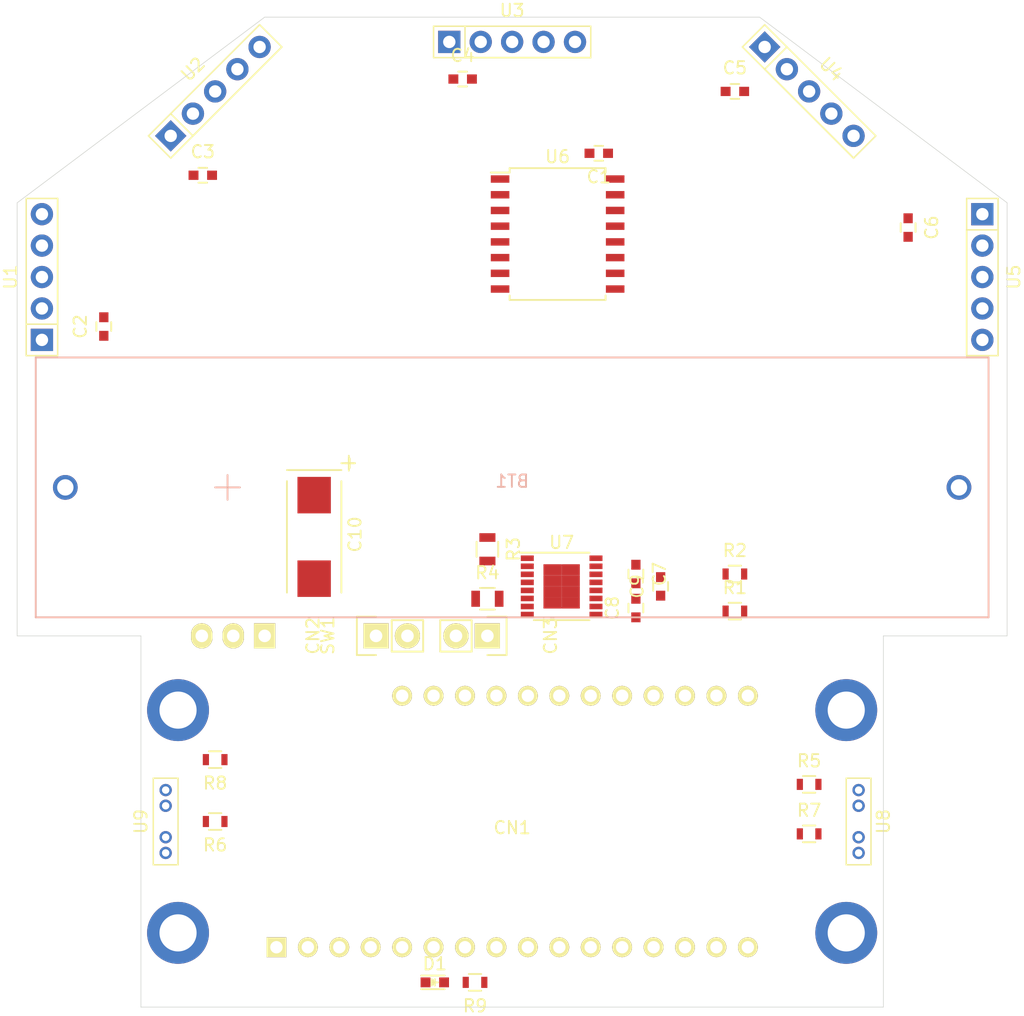
<source format=kicad_pcb>
(kicad_pcb (version 20171130) (host pcbnew 5.1.5-52549c5~84~ubuntu18.04.1)

  (general
    (thickness 1.6)
    (drawings 10)
    (tracks 4)
    (zones 0)
    (modules 34)
    (nets 31)
  )

  (page A4)
  (layers
    (0 F.Cu signal)
    (31 B.Cu signal)
    (32 B.Adhes user)
    (33 F.Adhes user)
    (34 B.Paste user)
    (35 F.Paste user)
    (36 B.SilkS user)
    (37 F.SilkS user)
    (38 B.Mask user)
    (39 F.Mask user)
    (40 Dwgs.User user)
    (41 Cmts.User user)
    (42 Eco1.User user)
    (43 Eco2.User user)
    (44 Edge.Cuts user)
    (45 Margin user)
    (46 B.CrtYd user)
    (47 F.CrtYd user)
    (48 B.Fab user)
    (49 F.Fab user)
  )

  (setup
    (last_trace_width 0.25)
    (trace_clearance 0.2)
    (zone_clearance 0.508)
    (zone_45_only no)
    (trace_min 0.2)
    (via_size 0.8)
    (via_drill 0.4)
    (via_min_size 0.4)
    (via_min_drill 0.3)
    (uvia_size 0.3)
    (uvia_drill 0.1)
    (uvias_allowed no)
    (uvia_min_size 0.2)
    (uvia_min_drill 0.1)
    (edge_width 0.05)
    (segment_width 0.2)
    (pcb_text_width 0.3)
    (pcb_text_size 1.5 1.5)
    (mod_edge_width 0.12)
    (mod_text_size 1 1)
    (mod_text_width 0.15)
    (pad_size 1.524 1.524)
    (pad_drill 0.762)
    (pad_to_mask_clearance 0.051)
    (solder_mask_min_width 0.25)
    (aux_axis_origin 0 0)
    (grid_origin 110 110)
    (visible_elements FFFFFF7F)
    (pcbplotparams
      (layerselection 0x010fc_ffffffff)
      (usegerberextensions false)
      (usegerberattributes false)
      (usegerberadvancedattributes false)
      (creategerberjobfile false)
      (excludeedgelayer true)
      (linewidth 0.100000)
      (plotframeref false)
      (viasonmask false)
      (mode 1)
      (useauxorigin false)
      (hpglpennumber 1)
      (hpglpenspeed 20)
      (hpglpendiameter 15.000000)
      (psnegative false)
      (psa4output false)
      (plotreference true)
      (plotvalue true)
      (plotinvisibletext false)
      (padsonsilk false)
      (subtractmaskfromsilk false)
      (outputformat 1)
      (mirror false)
      (drillshape 1)
      (scaleselection 1)
      (outputdirectory ""))
  )

  (net 0 "")
  (net 1 GND)
  (net 2 /SDA)
  (net 3 /SCL)
  (net 4 +3V3)
  (net 5 /XSHUT1)
  (net 6 /XSHUT2)
  (net 7 /XSHUT3)
  (net 8 /XSHUT4)
  (net 9 /XSHUT5)
  (net 10 /BATT)
  (net 11 "Net-(C7-Pad1)")
  (net 12 "Net-(C8-Pad1)")
  (net 13 /PWM4)
  (net 14 /PWM3)
  (net 15 /PWM2)
  (net 16 /PWM1)
  (net 17 /FAULT)
  (net 18 /SLEEP)
  (net 19 "Net-(CN2-Pad2)")
  (net 20 "Net-(CN2-Pad1)")
  (net 21 "Net-(CN3-Pad1)")
  (net 22 "Net-(CN3-Pad2)")
  (net 23 "Net-(R3-Pad2)")
  (net 24 "Net-(R4-Pad2)")
  (net 25 /ENC1)
  (net 26 /ENC2)
  (net 27 "Net-(R7-Pad2)")
  (net 28 "Net-(R8-Pad2)")
  (net 29 "Net-(BT1-Pad1)")
  (net 30 "Net-(D1-Pad2)")

  (net_class Default "This is the default net class."
    (clearance 0.2)
    (trace_width 0.25)
    (via_dia 0.8)
    (via_drill 0.4)
    (uvia_dia 0.3)
    (uvia_drill 0.1)
    (add_net +3V3)
    (add_net /BATT)
    (add_net /ENC1)
    (add_net /ENC2)
    (add_net /FAULT)
    (add_net /PWM1)
    (add_net /PWM2)
    (add_net /PWM3)
    (add_net /PWM4)
    (add_net /SCL)
    (add_net /SDA)
    (add_net /SLEEP)
    (add_net /XSHUT1)
    (add_net /XSHUT2)
    (add_net /XSHUT3)
    (add_net /XSHUT4)
    (add_net /XSHUT5)
    (add_net GND)
    (add_net "Net-(BT1-Pad1)")
    (add_net "Net-(C7-Pad1)")
    (add_net "Net-(C8-Pad1)")
    (add_net "Net-(CN2-Pad1)")
    (add_net "Net-(CN2-Pad2)")
    (add_net "Net-(CN3-Pad1)")
    (add_net "Net-(CN3-Pad2)")
    (add_net "Net-(D1-Pad2)")
    (add_net "Net-(R3-Pad2)")
    (add_net "Net-(R4-Pad2)")
    (add_net "Net-(R7-Pad2)")
    (add_net "Net-(R8-Pad2)")
  )

  (module MECH_battery_holder:KEYSTONE_1043 (layer B.Cu) (tedit 5C101F19) (tstamp 5E320951)
    (at 110 108)
    (path /5E3225FA)
    (fp_text reference BT1 (at 0 -0.5) (layer B.SilkS)
      (effects (font (size 1 1) (thickness 0.15)) (justify mirror))
    )
    (fp_text value Battery (at 0 0.5) (layer B.Fab)
      (effects (font (size 1 1) (thickness 0.15)) (justify mirror))
    )
    (fp_line (start -23 1) (end -23 -1) (layer B.SilkS) (width 0.15))
    (fp_line (start -24 0) (end -22 0) (layer B.SilkS) (width 0.15))
    (fp_line (start -38.5 -10.5) (end -38.5 10.5) (layer B.SilkS) (width 0.15))
    (fp_line (start 38.5 -10.5) (end -38.5 -10.5) (layer B.SilkS) (width 0.15))
    (fp_line (start 38.5 10.5) (end 38.5 -10.5) (layer B.SilkS) (width 0.15))
    (fp_line (start -38.5 10.5) (end 38.5 10.5) (layer B.SilkS) (width 0.15))
    (pad "" np_thru_hole circle (at -36.11 8) (size 2.39 2.39) (drill 2.39) (layers *.Cu *.Mask))
    (pad "" np_thru_hole circle (at 27.6 8) (size 3.55 3.55) (drill 3.55) (layers *.Cu *.Mask))
    (pad "" np_thru_hole circle (at -27.6 -8) (size 3.55 3.55) (drill 3.55) (layers *.Cu *.Mask))
    (pad 2 thru_hole circle (at 36.11 0) (size 2 2) (drill 1.32) (layers *.Cu *.Mask)
      (net 1 GND))
    (pad 1 thru_hole circle (at -36.11 0) (size 2 2) (drill 1.32) (layers *.Cu *.Mask)
      (net 29 "Net-(BT1-Pad1)"))
    (model ${KISYS3DMOD}/MECH_battery_holder/keystone-PN1043.STEP
      (at (xyz 0 0 0))
      (scale (xyz 1 1 1))
      (rotate (xyz -90 0 90))
    )
  )

  (module MODULE_compute:ADAFRUIT_FEATHER_HOLES (layer F.Cu) (tedit 5E3203AA) (tstamp 5E324BAC)
    (at 110 135)
    (path /5E32076C)
    (fp_text reference CN1 (at 0 0.5) (layer F.SilkS)
      (effects (font (size 1 1) (thickness 0.15)))
    )
    (fp_text value ADAFRUIT_FEATHER (at 0 -0.5) (layer F.Fab)
      (effects (font (size 1 1) (thickness 0.15)))
    )
    (pad "" np_thru_hole circle (at -22.86 -8.89) (size 2.54 2.54) (drill 2.54) (layers *.Cu *.Mask))
    (pad "" np_thru_hole circle (at -22.86 8.89) (size 2.54 2.54) (drill 2.54) (layers *.Cu *.Mask))
    (pad "" np_thru_hole circle (at 22.86 -8.89) (size 2.54 2.54) (drill 2.54) (layers *.Cu *.Mask))
    (pad 16 thru_hole circle (at 19.05 10.16) (size 1.6 1.6) (drill 1) (layers *.Cu *.Mask F.SilkS))
    (pad 2 thru_hole circle (at -16.51 10.16) (size 1.6 1.6) (drill 1) (layers *.Cu *.Mask F.SilkS)
      (net 4 +3V3))
    (pad "" np_thru_hole circle (at 22.86 8.89) (size 2.54 2.54) (drill 2.54) (layers *.Cu *.Mask))
    (pad 1 thru_hole rect (at -19.05 10.16) (size 1.6 1.6) (drill 1) (layers *.Cu *.Mask F.SilkS))
    (pad 3 thru_hole circle (at -13.97 10.16) (size 1.6 1.6) (drill 1) (layers *.Cu *.Mask F.SilkS))
    (pad 4 thru_hole circle (at -11.43 10.16) (size 1.6 1.6) (drill 1) (layers *.Cu *.Mask F.SilkS)
      (net 1 GND))
    (pad 5 thru_hole circle (at -8.89 10.16) (size 1.6 1.6) (drill 1) (layers *.Cu *.Mask F.SilkS))
    (pad 6 thru_hole circle (at -6.35 10.16) (size 1.6 1.6) (drill 1) (layers *.Cu *.Mask F.SilkS))
    (pad 7 thru_hole circle (at -3.81 10.16) (size 1.6 1.6) (drill 1) (layers *.Cu *.Mask F.SilkS))
    (pad 8 thru_hole circle (at -1.27 10.16) (size 1.6 1.6) (drill 1) (layers *.Cu *.Mask F.SilkS)
      (net 18 /SLEEP))
    (pad 9 thru_hole circle (at 1.27 10.16) (size 1.6 1.6) (drill 1) (layers *.Cu *.Mask F.SilkS)
      (net 17 /FAULT))
    (pad 10 thru_hole circle (at 3.81 10.16) (size 1.6 1.6) (drill 1) (layers *.Cu *.Mask F.SilkS))
    (pad 11 thru_hole circle (at 6.35 10.16) (size 1.6 1.6) (drill 1) (layers *.Cu *.Mask F.SilkS))
    (pad 12 thru_hole circle (at 8.89 10.16) (size 1.6 1.6) (drill 1) (layers *.Cu *.Mask F.SilkS))
    (pad 13 thru_hole circle (at 11.43 10.16) (size 1.6 1.6) (drill 1) (layers *.Cu *.Mask F.SilkS))
    (pad 14 thru_hole circle (at 13.97 10.16) (size 1.6 1.6) (drill 1) (layers *.Cu *.Mask F.SilkS))
    (pad 15 thru_hole circle (at 16.51 10.16) (size 1.6 1.6) (drill 1) (layers *.Cu *.Mask F.SilkS))
    (pad 18 thru_hole circle (at 16.51 -10.16) (size 1.6 1.6) (drill 1) (layers *.Cu *.Mask F.SilkS)
      (net 3 /SCL))
    (pad 19 thru_hole circle (at 13.97 -10.16) (size 1.6 1.6) (drill 1) (layers *.Cu *.Mask F.SilkS)
      (net 13 /PWM4))
    (pad 20 thru_hole circle (at 11.43 -10.16) (size 1.6 1.6) (drill 1) (layers *.Cu *.Mask F.SilkS)
      (net 14 /PWM3))
    (pad 21 thru_hole circle (at 8.89 -10.16) (size 1.6 1.6) (drill 1) (layers *.Cu *.Mask F.SilkS)
      (net 15 /PWM2))
    (pad 22 thru_hole circle (at 6.35 -10.16) (size 1.6 1.6) (drill 1) (layers *.Cu *.Mask F.SilkS)
      (net 16 /PWM1))
    (pad 23 thru_hole circle (at 3.81 -10.16) (size 1.6 1.6) (drill 1) (layers *.Cu *.Mask F.SilkS)
      (net 26 /ENC2))
    (pad 24 thru_hole circle (at 1.27 -10.16) (size 1.6 1.6) (drill 1) (layers *.Cu *.Mask F.SilkS)
      (net 25 /ENC1))
    (pad 25 thru_hole circle (at -1.27 -10.16) (size 1.6 1.6) (drill 1) (layers *.Cu *.Mask F.SilkS))
    (pad 26 thru_hole circle (at -3.81 -10.16) (size 1.6 1.6) (drill 1) (layers *.Cu *.Mask F.SilkS))
    (pad 27 thru_hole circle (at -6.35 -10.16) (size 1.6 1.6) (drill 1) (layers *.Cu *.Mask F.SilkS))
    (pad 28 thru_hole circle (at -8.89 -10.16) (size 1.6 1.6) (drill 1) (layers *.Cu *.Mask F.SilkS)
      (net 10 /BATT))
    (pad 17 thru_hole circle (at 19.05 -10.16) (size 1.6 1.6) (drill 1) (layers *.Cu *.Mask F.SilkS)
      (net 2 /SDA))
    (model ${KISYS3DMOD}/CON_wuerth/61301211821_Download_STP_61301211821_rev1.stp
      (offset (xyz 5.08 10.16 4.5))
      (scale (xyz 1 1 1))
      (rotate (xyz 0 0 0))
    )
    (model ${KISYS3DMOD}/CON_wuerth/61301611821_Download_STP_61301611821_rev1.stp
      (offset (xyz 0 -10.16 4.5))
      (scale (xyz 1 1 1))
      (rotate (xyz 0 0 0))
    )
  )

  (module IC_sensor:VL53L0X_breakout (layer F.Cu) (tedit 5E322EBB) (tstamp 5E322F68)
    (at 72 91 270)
    (descr VL53L0X_breakout)
    (tags VL53L0X_breakout)
    (path /5E3237AD)
    (fp_text reference U1 (at 0 2.54 90) (layer F.SilkS)
      (effects (font (size 1 1) (thickness 0.15)))
    )
    (fp_text value VL53L0X_breakout (at 0 -0.5 90) (layer F.Fab)
      (effects (font (size 1 1) (thickness 0.15)))
    )
    (fp_line (start 3.81 -1.27) (end 3.81 1.27) (layer F.SilkS) (width 0.12))
    (fp_line (start -6.35 -1.27) (end 3.81 -1.27) (layer F.SilkS) (width 0.12))
    (fp_line (start -6.35 1.27) (end -6.35 -1.27) (layer F.SilkS) (width 0.12))
    (fp_line (start 6.35 1.27) (end -6.35 1.27) (layer F.SilkS) (width 0.12))
    (fp_line (start 6.35 -1.27) (end 6.35 1.27) (layer F.SilkS) (width 0.12))
    (fp_line (start -6.35 -1.27) (end 6.35 -1.27) (layer F.SilkS) (width 0.12))
    (pad 5 thru_hole circle (at -5.08 0 270) (size 1.8 1.8) (drill 1) (layers *.Cu *.Mask)
      (net 5 /XSHUT1))
    (pad 4 thru_hole circle (at -2.54 0 270) (size 1.8 1.8) (drill 1) (layers *.Cu *.Mask)
      (net 2 /SDA))
    (pad 3 thru_hole circle (at 0 0 270) (size 1.8 1.8) (drill 1) (layers *.Cu *.Mask)
      (net 3 /SCL))
    (pad 2 thru_hole circle (at 2.54 0 270) (size 1.8 1.8) (drill 1) (layers *.Cu *.Mask)
      (net 1 GND))
    (pad 1 thru_hole rect (at 5.08 0 270) (size 1.8 1.8) (drill 1) (layers *.Cu *.Mask)
      (net 4 +3V3))
    (model ${KISYS3DMOD}/IC_sensor/VL53L0X_breakout.step
      (offset (xyz 0 3 2))
      (scale (xyz 1 1 1))
      (rotate (xyz -90 0 0))
    )
  )

  (module IC_sensor:VL53L0X_breakout (layer F.Cu) (tedit 5E322EBB) (tstamp 5E322E01)
    (at 86 76 225)
    (descr VL53L0X_breakout)
    (tags VL53L0X_breakout)
    (path /5E327195)
    (fp_text reference U2 (at 0 2.54 45) (layer F.SilkS)
      (effects (font (size 1 1) (thickness 0.15)))
    )
    (fp_text value VL53L0X_breakout (at 0 -0.499999 45) (layer F.Fab)
      (effects (font (size 1 1) (thickness 0.15)))
    )
    (fp_line (start 3.81 -1.27) (end 3.81 1.27) (layer F.SilkS) (width 0.12))
    (fp_line (start -6.35 -1.27) (end 3.81 -1.27) (layer F.SilkS) (width 0.12))
    (fp_line (start -6.35 1.27) (end -6.35 -1.27) (layer F.SilkS) (width 0.12))
    (fp_line (start 6.35 1.27) (end -6.35 1.27) (layer F.SilkS) (width 0.12))
    (fp_line (start 6.35 -1.27) (end 6.35 1.27) (layer F.SilkS) (width 0.12))
    (fp_line (start -6.35 -1.27) (end 6.35 -1.27) (layer F.SilkS) (width 0.12))
    (pad 5 thru_hole circle (at -5.08 0 225) (size 1.8 1.8) (drill 1) (layers *.Cu *.Mask)
      (net 6 /XSHUT2))
    (pad 4 thru_hole circle (at -2.54 0 225) (size 1.8 1.8) (drill 1) (layers *.Cu *.Mask)
      (net 2 /SDA))
    (pad 3 thru_hole circle (at 0 0 225) (size 1.8 1.8) (drill 1) (layers *.Cu *.Mask)
      (net 3 /SCL))
    (pad 2 thru_hole circle (at 2.54 0 225) (size 1.8 1.8) (drill 1) (layers *.Cu *.Mask)
      (net 1 GND))
    (pad 1 thru_hole rect (at 5.08 0 225) (size 1.8 1.8) (drill 1) (layers *.Cu *.Mask)
      (net 4 +3V3))
    (model ${KISYS3DMOD}/IC_sensor/VL53L0X_breakout.step
      (offset (xyz 0 3 2))
      (scale (xyz 1 1 1))
      (rotate (xyz -90 0 0))
    )
  )

  (module IC_sensor:VL53L0X_breakout (layer F.Cu) (tedit 5E322EBB) (tstamp 5E323021)
    (at 110 72 180)
    (descr VL53L0X_breakout)
    (tags VL53L0X_breakout)
    (path /5E3294D7)
    (fp_text reference U3 (at 0 2.54) (layer F.SilkS)
      (effects (font (size 1 1) (thickness 0.15)))
    )
    (fp_text value VL53L0X_breakout (at 0 -0.5) (layer F.Fab)
      (effects (font (size 1 1) (thickness 0.15)))
    )
    (fp_line (start 3.81 -1.27) (end 3.81 1.27) (layer F.SilkS) (width 0.12))
    (fp_line (start -6.35 -1.27) (end 3.81 -1.27) (layer F.SilkS) (width 0.12))
    (fp_line (start -6.35 1.27) (end -6.35 -1.27) (layer F.SilkS) (width 0.12))
    (fp_line (start 6.35 1.27) (end -6.35 1.27) (layer F.SilkS) (width 0.12))
    (fp_line (start 6.35 -1.27) (end 6.35 1.27) (layer F.SilkS) (width 0.12))
    (fp_line (start -6.35 -1.27) (end 6.35 -1.27) (layer F.SilkS) (width 0.12))
    (pad 5 thru_hole circle (at -5.08 0 180) (size 1.8 1.8) (drill 1) (layers *.Cu *.Mask)
      (net 7 /XSHUT3))
    (pad 4 thru_hole circle (at -2.54 0 180) (size 1.8 1.8) (drill 1) (layers *.Cu *.Mask)
      (net 2 /SDA))
    (pad 3 thru_hole circle (at 0 0 180) (size 1.8 1.8) (drill 1) (layers *.Cu *.Mask)
      (net 3 /SCL))
    (pad 2 thru_hole circle (at 2.54 0 180) (size 1.8 1.8) (drill 1) (layers *.Cu *.Mask)
      (net 1 GND))
    (pad 1 thru_hole rect (at 5.08 0 180) (size 1.8 1.8) (drill 1) (layers *.Cu *.Mask)
      (net 4 +3V3))
    (model ${KISYS3DMOD}/IC_sensor/VL53L0X_breakout.step
      (offset (xyz 0 3 2))
      (scale (xyz 1 1 1))
      (rotate (xyz -90 0 0))
    )
  )

  (module IC_sensor:VL53L0X_breakout (layer F.Cu) (tedit 5E322EBB) (tstamp 5E322E1F)
    (at 134 76 135)
    (descr VL53L0X_breakout)
    (tags VL53L0X_breakout)
    (path /5E3294FE)
    (fp_text reference U4 (at 0 2.54 135) (layer F.SilkS)
      (effects (font (size 1 1) (thickness 0.15)))
    )
    (fp_text value VL53L0X_breakout (at 0 -0.499999 135) (layer F.Fab)
      (effects (font (size 1 1) (thickness 0.15)))
    )
    (fp_line (start 3.81 -1.27) (end 3.81 1.27) (layer F.SilkS) (width 0.12))
    (fp_line (start -6.35 -1.27) (end 3.81 -1.27) (layer F.SilkS) (width 0.12))
    (fp_line (start -6.35 1.27) (end -6.35 -1.27) (layer F.SilkS) (width 0.12))
    (fp_line (start 6.35 1.27) (end -6.35 1.27) (layer F.SilkS) (width 0.12))
    (fp_line (start 6.35 -1.27) (end 6.35 1.27) (layer F.SilkS) (width 0.12))
    (fp_line (start -6.35 -1.27) (end 6.35 -1.27) (layer F.SilkS) (width 0.12))
    (pad 5 thru_hole circle (at -5.08 0 135) (size 1.8 1.8) (drill 1) (layers *.Cu *.Mask)
      (net 8 /XSHUT4))
    (pad 4 thru_hole circle (at -2.54 0 135) (size 1.8 1.8) (drill 1) (layers *.Cu *.Mask)
      (net 2 /SDA))
    (pad 3 thru_hole circle (at 0 0 135) (size 1.8 1.8) (drill 1) (layers *.Cu *.Mask)
      (net 3 /SCL))
    (pad 2 thru_hole circle (at 2.54 0 135) (size 1.8 1.8) (drill 1) (layers *.Cu *.Mask)
      (net 1 GND))
    (pad 1 thru_hole rect (at 5.08 0 135) (size 1.8 1.8) (drill 1) (layers *.Cu *.Mask)
      (net 4 +3V3))
    (model ${KISYS3DMOD}/IC_sensor/VL53L0X_breakout.step
      (offset (xyz 0 3 2))
      (scale (xyz 1 1 1))
      (rotate (xyz -90 0 0))
    )
  )

  (module IC_sensor:VL53L0X_breakout (layer F.Cu) (tedit 5E322EBB) (tstamp 5E322E2E)
    (at 148 91 90)
    (descr VL53L0X_breakout)
    (tags VL53L0X_breakout)
    (path /5E32E964)
    (fp_text reference U5 (at 0 2.54 90) (layer F.SilkS)
      (effects (font (size 1 1) (thickness 0.15)))
    )
    (fp_text value VL53L0X_breakout (at 0 -0.5 90) (layer F.Fab)
      (effects (font (size 1 1) (thickness 0.15)))
    )
    (fp_line (start 3.81 -1.27) (end 3.81 1.27) (layer F.SilkS) (width 0.12))
    (fp_line (start -6.35 -1.27) (end 3.81 -1.27) (layer F.SilkS) (width 0.12))
    (fp_line (start -6.35 1.27) (end -6.35 -1.27) (layer F.SilkS) (width 0.12))
    (fp_line (start 6.35 1.27) (end -6.35 1.27) (layer F.SilkS) (width 0.12))
    (fp_line (start 6.35 -1.27) (end 6.35 1.27) (layer F.SilkS) (width 0.12))
    (fp_line (start -6.35 -1.27) (end 6.35 -1.27) (layer F.SilkS) (width 0.12))
    (pad 5 thru_hole circle (at -5.08 0 90) (size 1.8 1.8) (drill 1) (layers *.Cu *.Mask)
      (net 9 /XSHUT5))
    (pad 4 thru_hole circle (at -2.54 0 90) (size 1.8 1.8) (drill 1) (layers *.Cu *.Mask)
      (net 2 /SDA))
    (pad 3 thru_hole circle (at 0 0 90) (size 1.8 1.8) (drill 1) (layers *.Cu *.Mask)
      (net 3 /SCL))
    (pad 2 thru_hole circle (at 2.54 0 90) (size 1.8 1.8) (drill 1) (layers *.Cu *.Mask)
      (net 1 GND))
    (pad 1 thru_hole rect (at 5.08 0 90) (size 1.8 1.8) (drill 1) (layers *.Cu *.Mask)
      (net 4 +3V3))
    (model ${KISYS3DMOD}/IC_sensor/VL53L0X_breakout.step
      (offset (xyz 0 3 2))
      (scale (xyz 1 1 1))
      (rotate (xyz -90 0 0))
    )
  )

  (module capacitors:C_0603 (layer F.Cu) (tedit 5415D631) (tstamp 5E3537B8)
    (at 117 81 180)
    (descr "Capacitor SMD 0603, reflow soldering, AVX (see smccp.pdf)")
    (tags "capacitor 0603")
    (path /5E36656E)
    (attr smd)
    (fp_text reference C1 (at 0 -1.9) (layer F.SilkS)
      (effects (font (size 1 1) (thickness 0.15)))
    )
    (fp_text value 100nF (at 0 1.9) (layer F.Fab)
      (effects (font (size 1 1) (thickness 0.15)))
    )
    (fp_line (start -1.45 -0.75) (end 1.45 -0.75) (layer F.CrtYd) (width 0.05))
    (fp_line (start -1.45 0.75) (end 1.45 0.75) (layer F.CrtYd) (width 0.05))
    (fp_line (start -1.45 -0.75) (end -1.45 0.75) (layer F.CrtYd) (width 0.05))
    (fp_line (start 1.45 -0.75) (end 1.45 0.75) (layer F.CrtYd) (width 0.05))
    (fp_line (start -0.35 -0.6) (end 0.35 -0.6) (layer F.SilkS) (width 0.15))
    (fp_line (start 0.35 0.6) (end -0.35 0.6) (layer F.SilkS) (width 0.15))
    (pad 1 smd rect (at -0.75 0 180) (size 0.8 0.75) (layers F.Cu F.Paste F.Mask)
      (net 4 +3V3))
    (pad 2 smd rect (at 0.75 0 180) (size 0.8 0.75) (layers F.Cu F.Paste F.Mask)
      (net 1 GND))
    (model capacitors.3dshapes/C_0603.wrl
      (at (xyz 0 0 0))
      (scale (xyz 1 1 1))
      (rotate (xyz 0 0 0))
    )
  )

  (module capacitors:C_0603 (layer F.Cu) (tedit 5415D631) (tstamp 5E3537C4)
    (at 77 95 90)
    (descr "Capacitor SMD 0603, reflow soldering, AVX (see smccp.pdf)")
    (tags "capacitor 0603")
    (path /5E379299)
    (attr smd)
    (fp_text reference C2 (at 0 -1.9 90) (layer F.SilkS)
      (effects (font (size 1 1) (thickness 0.15)))
    )
    (fp_text value 100nF (at 0 1.9 90) (layer F.Fab)
      (effects (font (size 1 1) (thickness 0.15)))
    )
    (fp_line (start 0.35 0.6) (end -0.35 0.6) (layer F.SilkS) (width 0.15))
    (fp_line (start -0.35 -0.6) (end 0.35 -0.6) (layer F.SilkS) (width 0.15))
    (fp_line (start 1.45 -0.75) (end 1.45 0.75) (layer F.CrtYd) (width 0.05))
    (fp_line (start -1.45 -0.75) (end -1.45 0.75) (layer F.CrtYd) (width 0.05))
    (fp_line (start -1.45 0.75) (end 1.45 0.75) (layer F.CrtYd) (width 0.05))
    (fp_line (start -1.45 -0.75) (end 1.45 -0.75) (layer F.CrtYd) (width 0.05))
    (pad 2 smd rect (at 0.75 0 90) (size 0.8 0.75) (layers F.Cu F.Paste F.Mask)
      (net 1 GND))
    (pad 1 smd rect (at -0.75 0 90) (size 0.8 0.75) (layers F.Cu F.Paste F.Mask)
      (net 4 +3V3))
    (model capacitors.3dshapes/C_0603.wrl
      (at (xyz 0 0 0))
      (scale (xyz 1 1 1))
      (rotate (xyz 0 0 0))
    )
  )

  (module capacitors:C_0603 (layer F.Cu) (tedit 5415D631) (tstamp 5E3537D0)
    (at 85 82.775001)
    (descr "Capacitor SMD 0603, reflow soldering, AVX (see smccp.pdf)")
    (tags "capacitor 0603")
    (path /5E371825)
    (attr smd)
    (fp_text reference C3 (at 0 -1.9) (layer F.SilkS)
      (effects (font (size 1 1) (thickness 0.15)))
    )
    (fp_text value 100nF (at 0 1.9) (layer F.Fab)
      (effects (font (size 1 1) (thickness 0.15)))
    )
    (fp_line (start -1.45 -0.75) (end 1.45 -0.75) (layer F.CrtYd) (width 0.05))
    (fp_line (start -1.45 0.75) (end 1.45 0.75) (layer F.CrtYd) (width 0.05))
    (fp_line (start -1.45 -0.75) (end -1.45 0.75) (layer F.CrtYd) (width 0.05))
    (fp_line (start 1.45 -0.75) (end 1.45 0.75) (layer F.CrtYd) (width 0.05))
    (fp_line (start -0.35 -0.6) (end 0.35 -0.6) (layer F.SilkS) (width 0.15))
    (fp_line (start 0.35 0.6) (end -0.35 0.6) (layer F.SilkS) (width 0.15))
    (pad 1 smd rect (at -0.75 0) (size 0.8 0.75) (layers F.Cu F.Paste F.Mask)
      (net 4 +3V3))
    (pad 2 smd rect (at 0.75 0) (size 0.8 0.75) (layers F.Cu F.Paste F.Mask)
      (net 1 GND))
    (model capacitors.3dshapes/C_0603.wrl
      (at (xyz 0 0 0))
      (scale (xyz 1 1 1))
      (rotate (xyz 0 0 0))
    )
  )

  (module capacitors:C_0603 (layer F.Cu) (tedit 5415D631) (tstamp 5E3537DC)
    (at 106 75)
    (descr "Capacitor SMD 0603, reflow soldering, AVX (see smccp.pdf)")
    (tags "capacitor 0603")
    (path /5E371805)
    (attr smd)
    (fp_text reference C4 (at 0 -1.9) (layer F.SilkS)
      (effects (font (size 1 1) (thickness 0.15)))
    )
    (fp_text value 100nF (at 0 1.9) (layer F.Fab)
      (effects (font (size 1 1) (thickness 0.15)))
    )
    (fp_line (start 0.35 0.6) (end -0.35 0.6) (layer F.SilkS) (width 0.15))
    (fp_line (start -0.35 -0.6) (end 0.35 -0.6) (layer F.SilkS) (width 0.15))
    (fp_line (start 1.45 -0.75) (end 1.45 0.75) (layer F.CrtYd) (width 0.05))
    (fp_line (start -1.45 -0.75) (end -1.45 0.75) (layer F.CrtYd) (width 0.05))
    (fp_line (start -1.45 0.75) (end 1.45 0.75) (layer F.CrtYd) (width 0.05))
    (fp_line (start -1.45 -0.75) (end 1.45 -0.75) (layer F.CrtYd) (width 0.05))
    (pad 2 smd rect (at 0.75 0) (size 0.8 0.75) (layers F.Cu F.Paste F.Mask)
      (net 1 GND))
    (pad 1 smd rect (at -0.75 0) (size 0.8 0.75) (layers F.Cu F.Paste F.Mask)
      (net 4 +3V3))
    (model capacitors.3dshapes/C_0603.wrl
      (at (xyz 0 0 0))
      (scale (xyz 1 1 1))
      (rotate (xyz 0 0 0))
    )
  )

  (module capacitors:C_0603 (layer F.Cu) (tedit 5415D631) (tstamp 5E3537E8)
    (at 128 76)
    (descr "Capacitor SMD 0603, reflow soldering, AVX (see smccp.pdf)")
    (tags "capacitor 0603")
    (path /5E36DB8E)
    (attr smd)
    (fp_text reference C5 (at 0 -1.9) (layer F.SilkS)
      (effects (font (size 1 1) (thickness 0.15)))
    )
    (fp_text value 100nF (at 0 1.9) (layer F.Fab)
      (effects (font (size 1 1) (thickness 0.15)))
    )
    (fp_line (start -1.45 -0.75) (end 1.45 -0.75) (layer F.CrtYd) (width 0.05))
    (fp_line (start -1.45 0.75) (end 1.45 0.75) (layer F.CrtYd) (width 0.05))
    (fp_line (start -1.45 -0.75) (end -1.45 0.75) (layer F.CrtYd) (width 0.05))
    (fp_line (start 1.45 -0.75) (end 1.45 0.75) (layer F.CrtYd) (width 0.05))
    (fp_line (start -0.35 -0.6) (end 0.35 -0.6) (layer F.SilkS) (width 0.15))
    (fp_line (start 0.35 0.6) (end -0.35 0.6) (layer F.SilkS) (width 0.15))
    (pad 1 smd rect (at -0.75 0) (size 0.8 0.75) (layers F.Cu F.Paste F.Mask)
      (net 4 +3V3))
    (pad 2 smd rect (at 0.75 0) (size 0.8 0.75) (layers F.Cu F.Paste F.Mask)
      (net 1 GND))
    (model capacitors.3dshapes/C_0603.wrl
      (at (xyz 0 0 0))
      (scale (xyz 1 1 1))
      (rotate (xyz 0 0 0))
    )
  )

  (module capacitors:C_0603 (layer F.Cu) (tedit 5415D631) (tstamp 5E3537F4)
    (at 142 87 270)
    (descr "Capacitor SMD 0603, reflow soldering, AVX (see smccp.pdf)")
    (tags "capacitor 0603")
    (path /5E369742)
    (attr smd)
    (fp_text reference C6 (at 0 -1.9 90) (layer F.SilkS)
      (effects (font (size 1 1) (thickness 0.15)))
    )
    (fp_text value 100nF (at 0 1.9 90) (layer F.Fab)
      (effects (font (size 1 1) (thickness 0.15)))
    )
    (fp_line (start 0.35 0.6) (end -0.35 0.6) (layer F.SilkS) (width 0.15))
    (fp_line (start -0.35 -0.6) (end 0.35 -0.6) (layer F.SilkS) (width 0.15))
    (fp_line (start 1.45 -0.75) (end 1.45 0.75) (layer F.CrtYd) (width 0.05))
    (fp_line (start -1.45 -0.75) (end -1.45 0.75) (layer F.CrtYd) (width 0.05))
    (fp_line (start -1.45 0.75) (end 1.45 0.75) (layer F.CrtYd) (width 0.05))
    (fp_line (start -1.45 -0.75) (end 1.45 -0.75) (layer F.CrtYd) (width 0.05))
    (pad 2 smd rect (at 0.75 0 270) (size 0.8 0.75) (layers F.Cu F.Paste F.Mask)
      (net 1 GND))
    (pad 1 smd rect (at -0.75 0 270) (size 0.8 0.75) (layers F.Cu F.Paste F.Mask)
      (net 4 +3V3))
    (model capacitors.3dshapes/C_0603.wrl
      (at (xyz 0 0 0))
      (scale (xyz 1 1 1))
      (rotate (xyz 0 0 0))
    )
  )

  (module resistors:R_0603 (layer F.Cu) (tedit 5415CC62) (tstamp 5E353800)
    (at 128 118)
    (descr "Resistor SMD 0603, reflow soldering, Vishay (see dcrcw.pdf)")
    (tags "resistor 0603")
    (path /5E380A1A)
    (attr smd)
    (fp_text reference R1 (at 0 -1.9) (layer F.SilkS)
      (effects (font (size 1 1) (thickness 0.15)))
    )
    (fp_text value 10k (at 0 1.9) (layer F.Fab)
      (effects (font (size 1 1) (thickness 0.15)))
    )
    (fp_line (start -1.3 -0.8) (end 1.3 -0.8) (layer F.CrtYd) (width 0.05))
    (fp_line (start -1.3 0.8) (end 1.3 0.8) (layer F.CrtYd) (width 0.05))
    (fp_line (start -1.3 -0.8) (end -1.3 0.8) (layer F.CrtYd) (width 0.05))
    (fp_line (start 1.3 -0.8) (end 1.3 0.8) (layer F.CrtYd) (width 0.05))
    (fp_line (start 0.5 0.675) (end -0.5 0.675) (layer F.SilkS) (width 0.15))
    (fp_line (start -0.5 -0.675) (end 0.5 -0.675) (layer F.SilkS) (width 0.15))
    (pad 1 smd rect (at -0.75 0) (size 0.5 0.9) (layers F.Cu F.Paste F.Mask)
      (net 4 +3V3))
    (pad 2 smd rect (at 0.75 0) (size 0.5 0.9) (layers F.Cu F.Paste F.Mask)
      (net 3 /SCL))
    (model resistors.3dshapes/R_0603.wrl
      (at (xyz 0 0 0))
      (scale (xyz 1 1 1))
      (rotate (xyz 0 0 0))
    )
  )

  (module resistors:R_0603 (layer F.Cu) (tedit 5415CC62) (tstamp 5E35380C)
    (at 128 115)
    (descr "Resistor SMD 0603, reflow soldering, Vishay (see dcrcw.pdf)")
    (tags "resistor 0603")
    (path /5E380DAC)
    (attr smd)
    (fp_text reference R2 (at 0 -1.9) (layer F.SilkS)
      (effects (font (size 1 1) (thickness 0.15)))
    )
    (fp_text value 10k (at 0 1.9) (layer F.Fab)
      (effects (font (size 1 1) (thickness 0.15)))
    )
    (fp_line (start -0.5 -0.675) (end 0.5 -0.675) (layer F.SilkS) (width 0.15))
    (fp_line (start 0.5 0.675) (end -0.5 0.675) (layer F.SilkS) (width 0.15))
    (fp_line (start 1.3 -0.8) (end 1.3 0.8) (layer F.CrtYd) (width 0.05))
    (fp_line (start -1.3 -0.8) (end -1.3 0.8) (layer F.CrtYd) (width 0.05))
    (fp_line (start -1.3 0.8) (end 1.3 0.8) (layer F.CrtYd) (width 0.05))
    (fp_line (start -1.3 -0.8) (end 1.3 -0.8) (layer F.CrtYd) (width 0.05))
    (pad 2 smd rect (at 0.75 0) (size 0.5 0.9) (layers F.Cu F.Paste F.Mask)
      (net 2 /SDA))
    (pad 1 smd rect (at -0.75 0) (size 0.5 0.9) (layers F.Cu F.Paste F.Mask)
      (net 4 +3V3))
    (model resistors.3dshapes/R_0603.wrl
      (at (xyz 0 0 0))
      (scale (xyz 1 1 1))
      (rotate (xyz 0 0 0))
    )
  )

  (module SOIC:SOIC-16_7.5x10.3mm_Pitch1.27mm (layer F.Cu) (tedit 54130A77) (tstamp 5E35382B)
    (at 113.675001 87.525001)
    (descr "16-Lead Plastic Small Outline (SO) - Wide, 7.50 mm Body [SOIC] (see Microchip Packaging Specification 00000049BS.pdf)")
    (tags "SOIC 1.27")
    (path /5E35629B)
    (attr smd)
    (fp_text reference U6 (at 0 -6.25) (layer F.SilkS)
      (effects (font (size 1 1) (thickness 0.15)))
    )
    (fp_text value TCA9534 (at 0 6.25) (layer F.Fab)
      (effects (font (size 1 1) (thickness 0.15)))
    )
    (fp_line (start -5.65 -5.5) (end -5.65 5.5) (layer F.CrtYd) (width 0.05))
    (fp_line (start 5.65 -5.5) (end 5.65 5.5) (layer F.CrtYd) (width 0.05))
    (fp_line (start -5.65 -5.5) (end 5.65 -5.5) (layer F.CrtYd) (width 0.05))
    (fp_line (start -5.65 5.5) (end 5.65 5.5) (layer F.CrtYd) (width 0.05))
    (fp_line (start -3.875 -5.325) (end -3.875 -4.97) (layer F.SilkS) (width 0.15))
    (fp_line (start 3.875 -5.325) (end 3.875 -4.97) (layer F.SilkS) (width 0.15))
    (fp_line (start 3.875 5.325) (end 3.875 4.97) (layer F.SilkS) (width 0.15))
    (fp_line (start -3.875 5.325) (end -3.875 4.97) (layer F.SilkS) (width 0.15))
    (fp_line (start -3.875 -5.325) (end 3.875 -5.325) (layer F.SilkS) (width 0.15))
    (fp_line (start -3.875 5.325) (end 3.875 5.325) (layer F.SilkS) (width 0.15))
    (fp_line (start -3.875 -4.97) (end -5.4 -4.97) (layer F.SilkS) (width 0.15))
    (pad 1 smd rect (at -4.65 -4.445) (size 1.5 0.6) (layers F.Cu F.Paste F.Mask)
      (net 1 GND))
    (pad 2 smd rect (at -4.65 -3.175) (size 1.5 0.6) (layers F.Cu F.Paste F.Mask)
      (net 1 GND))
    (pad 3 smd rect (at -4.65 -1.905) (size 1.5 0.6) (layers F.Cu F.Paste F.Mask)
      (net 1 GND))
    (pad 4 smd rect (at -4.65 -0.635) (size 1.5 0.6) (layers F.Cu F.Paste F.Mask)
      (net 5 /XSHUT1))
    (pad 5 smd rect (at -4.65 0.635) (size 1.5 0.6) (layers F.Cu F.Paste F.Mask)
      (net 6 /XSHUT2))
    (pad 6 smd rect (at -4.65 1.905) (size 1.5 0.6) (layers F.Cu F.Paste F.Mask)
      (net 7 /XSHUT3))
    (pad 7 smd rect (at -4.65 3.175) (size 1.5 0.6) (layers F.Cu F.Paste F.Mask)
      (net 8 /XSHUT4))
    (pad 8 smd rect (at -4.65 4.445) (size 1.5 0.6) (layers F.Cu F.Paste F.Mask)
      (net 1 GND))
    (pad 9 smd rect (at 4.65 4.445) (size 1.5 0.6) (layers F.Cu F.Paste F.Mask)
      (net 9 /XSHUT5))
    (pad 10 smd rect (at 4.65 3.175) (size 1.5 0.6) (layers F.Cu F.Paste F.Mask))
    (pad 11 smd rect (at 4.65 1.905) (size 1.5 0.6) (layers F.Cu F.Paste F.Mask))
    (pad 12 smd rect (at 4.65 0.635) (size 1.5 0.6) (layers F.Cu F.Paste F.Mask))
    (pad 13 smd rect (at 4.65 -0.635) (size 1.5 0.6) (layers F.Cu F.Paste F.Mask))
    (pad 14 smd rect (at 4.65 -1.905) (size 1.5 0.6) (layers F.Cu F.Paste F.Mask)
      (net 3 /SCL))
    (pad 15 smd rect (at 4.65 -3.175) (size 1.5 0.6) (layers F.Cu F.Paste F.Mask)
      (net 2 /SDA))
    (pad 16 smd rect (at 4.65 -4.445) (size 1.5 0.6) (layers F.Cu F.Paste F.Mask)
      (net 4 +3V3))
    (model SOIC.3dshapes/SOIC-16_7.5x10.3mm_Pitch1.27mm.wrl
      (at (xyz 0 0 0))
      (scale (xyz 1 1 1))
      (rotate (xyz 0 0 0))
    )
  )

  (module capacitors:C_0603 (layer F.Cu) (tedit 5415D631) (tstamp 5E354A47)
    (at 120 115 270)
    (descr "Capacitor SMD 0603, reflow soldering, AVX (see smccp.pdf)")
    (tags "capacitor 0603")
    (path /5E3993DD)
    (attr smd)
    (fp_text reference C7 (at 0 -1.9 90) (layer F.SilkS)
      (effects (font (size 1 1) (thickness 0.15)))
    )
    (fp_text value 2.2uF (at 0 1.9 90) (layer F.Fab)
      (effects (font (size 1 1) (thickness 0.15)))
    )
    (fp_line (start 0.35 0.6) (end -0.35 0.6) (layer F.SilkS) (width 0.15))
    (fp_line (start -0.35 -0.6) (end 0.35 -0.6) (layer F.SilkS) (width 0.15))
    (fp_line (start 1.45 -0.75) (end 1.45 0.75) (layer F.CrtYd) (width 0.05))
    (fp_line (start -1.45 -0.75) (end -1.45 0.75) (layer F.CrtYd) (width 0.05))
    (fp_line (start -1.45 0.75) (end 1.45 0.75) (layer F.CrtYd) (width 0.05))
    (fp_line (start -1.45 -0.75) (end 1.45 -0.75) (layer F.CrtYd) (width 0.05))
    (pad 2 smd rect (at 0.75 0 270) (size 0.8 0.75) (layers F.Cu F.Paste F.Mask)
      (net 1 GND))
    (pad 1 smd rect (at -0.75 0 270) (size 0.8 0.75) (layers F.Cu F.Paste F.Mask)
      (net 11 "Net-(C7-Pad1)"))
    (model capacitors.3dshapes/C_0603.wrl
      (at (xyz 0 0 0))
      (scale (xyz 1 1 1))
      (rotate (xyz 0 0 0))
    )
  )

  (module capacitors:C_0603 (layer F.Cu) (tedit 5415D631) (tstamp 5E354A53)
    (at 120 117.75 90)
    (descr "Capacitor SMD 0603, reflow soldering, AVX (see smccp.pdf)")
    (tags "capacitor 0603")
    (path /5E397D4D)
    (attr smd)
    (fp_text reference C8 (at 0 -1.9 90) (layer F.SilkS)
      (effects (font (size 1 1) (thickness 0.15)))
    )
    (fp_text value 10nF (at 0 1.9 90) (layer F.Fab)
      (effects (font (size 1 1) (thickness 0.15)))
    )
    (fp_line (start -1.45 -0.75) (end 1.45 -0.75) (layer F.CrtYd) (width 0.05))
    (fp_line (start -1.45 0.75) (end 1.45 0.75) (layer F.CrtYd) (width 0.05))
    (fp_line (start -1.45 -0.75) (end -1.45 0.75) (layer F.CrtYd) (width 0.05))
    (fp_line (start 1.45 -0.75) (end 1.45 0.75) (layer F.CrtYd) (width 0.05))
    (fp_line (start -0.35 -0.6) (end 0.35 -0.6) (layer F.SilkS) (width 0.15))
    (fp_line (start 0.35 0.6) (end -0.35 0.6) (layer F.SilkS) (width 0.15))
    (pad 1 smd rect (at -0.75 0 90) (size 0.8 0.75) (layers F.Cu F.Paste F.Mask)
      (net 12 "Net-(C8-Pad1)"))
    (pad 2 smd rect (at 0.75 0 90) (size 0.8 0.75) (layers F.Cu F.Paste F.Mask)
      (net 10 /BATT))
    (model capacitors.3dshapes/C_0603.wrl
      (at (xyz 0 0 0))
      (scale (xyz 1 1 1))
      (rotate (xyz 0 0 0))
    )
  )

  (module capacitors:C_0603 (layer F.Cu) (tedit 5415D631) (tstamp 5E354A5F)
    (at 122 116 90)
    (descr "Capacitor SMD 0603, reflow soldering, AVX (see smccp.pdf)")
    (tags "capacitor 0603")
    (path /5E3AFC5F)
    (attr smd)
    (fp_text reference C9 (at 0 -1.9 90) (layer F.SilkS)
      (effects (font (size 1 1) (thickness 0.15)))
    )
    (fp_text value 100nF (at 0 1.9 90) (layer F.Fab)
      (effects (font (size 1 1) (thickness 0.15)))
    )
    (fp_line (start -1.45 -0.75) (end 1.45 -0.75) (layer F.CrtYd) (width 0.05))
    (fp_line (start -1.45 0.75) (end 1.45 0.75) (layer F.CrtYd) (width 0.05))
    (fp_line (start -1.45 -0.75) (end -1.45 0.75) (layer F.CrtYd) (width 0.05))
    (fp_line (start 1.45 -0.75) (end 1.45 0.75) (layer F.CrtYd) (width 0.05))
    (fp_line (start -0.35 -0.6) (end 0.35 -0.6) (layer F.SilkS) (width 0.15))
    (fp_line (start 0.35 0.6) (end -0.35 0.6) (layer F.SilkS) (width 0.15))
    (pad 1 smd rect (at -0.75 0 90) (size 0.8 0.75) (layers F.Cu F.Paste F.Mask)
      (net 10 /BATT))
    (pad 2 smd rect (at 0.75 0 90) (size 0.8 0.75) (layers F.Cu F.Paste F.Mask)
      (net 1 GND))
    (model capacitors.3dshapes/C_0603.wrl
      (at (xyz 0 0 0))
      (scale (xyz 1 1 1))
      (rotate (xyz 0 0 0))
    )
  )

  (module pin_headers:Pin_Header_Straight_1x02 (layer F.Cu) (tedit 5BA2C448) (tstamp 5E354A70)
    (at 99 120 90)
    (descr "Through hole pin header")
    (tags "pin header")
    (path /5E3E83C8)
    (fp_text reference CN2 (at 0 -5.1 90) (layer F.SilkS)
      (effects (font (size 1 1) (thickness 0.15)))
    )
    (fp_text value CONN_01X02 (at 0 -3.1 90) (layer F.Fab)
      (effects (font (size 1 1) (thickness 0.15)))
    )
    (fp_line (start -1.27 3.81) (end 1.27 3.81) (layer F.SilkS) (width 0.15))
    (fp_line (start -1.27 1.27) (end -1.27 3.81) (layer F.SilkS) (width 0.15))
    (fp_line (start -1.55 -1.55) (end 1.55 -1.55) (layer F.SilkS) (width 0.15))
    (fp_line (start -1.55 0) (end -1.55 -1.55) (layer F.SilkS) (width 0.15))
    (fp_line (start 1.27 1.27) (end -1.27 1.27) (layer F.SilkS) (width 0.15))
    (fp_line (start -1.75 4.3) (end 1.75 4.3) (layer F.CrtYd) (width 0.05))
    (fp_line (start -1.75 -1.75) (end 1.75 -1.75) (layer F.CrtYd) (width 0.05))
    (fp_line (start 1.75 -1.75) (end 1.75 4.3) (layer F.CrtYd) (width 0.05))
    (fp_line (start -1.75 -1.75) (end -1.75 4.3) (layer F.CrtYd) (width 0.05))
    (fp_line (start 1.55 -1.55) (end 1.55 0) (layer F.SilkS) (width 0.15))
    (fp_line (start 1.27 1.27) (end 1.27 3.81) (layer F.SilkS) (width 0.15))
    (pad 2 thru_hole oval (at 0 2.54 90) (size 2.032 2.032) (drill 1.016) (layers *.Cu *.Mask F.SilkS)
      (net 19 "Net-(CN2-Pad2)"))
    (pad 1 thru_hole rect (at 0 0 90) (size 2.032 2.032) (drill 1.016) (layers *.Cu *.Mask F.SilkS)
      (net 20 "Net-(CN2-Pad1)"))
    (model "${KISYS3DMOD}/CON_wuerth/61300211121 (rev1).stp"
      (offset (xyz 0 -1.27 1.5))
      (scale (xyz 1 1 1))
      (rotate (xyz -90 0 90))
    )
  )

  (module pin_headers:Pin_Header_Straight_1x02 (layer F.Cu) (tedit 5BA2C448) (tstamp 5E354A81)
    (at 108 120 270)
    (descr "Through hole pin header")
    (tags "pin header")
    (path /5E3E8616)
    (fp_text reference CN3 (at 0 -5.1 90) (layer F.SilkS)
      (effects (font (size 1 1) (thickness 0.15)))
    )
    (fp_text value CONN_01X02 (at 0 -3.1 90) (layer F.Fab)
      (effects (font (size 1 1) (thickness 0.15)))
    )
    (fp_line (start 1.27 1.27) (end 1.27 3.81) (layer F.SilkS) (width 0.15))
    (fp_line (start 1.55 -1.55) (end 1.55 0) (layer F.SilkS) (width 0.15))
    (fp_line (start -1.75 -1.75) (end -1.75 4.3) (layer F.CrtYd) (width 0.05))
    (fp_line (start 1.75 -1.75) (end 1.75 4.3) (layer F.CrtYd) (width 0.05))
    (fp_line (start -1.75 -1.75) (end 1.75 -1.75) (layer F.CrtYd) (width 0.05))
    (fp_line (start -1.75 4.3) (end 1.75 4.3) (layer F.CrtYd) (width 0.05))
    (fp_line (start 1.27 1.27) (end -1.27 1.27) (layer F.SilkS) (width 0.15))
    (fp_line (start -1.55 0) (end -1.55 -1.55) (layer F.SilkS) (width 0.15))
    (fp_line (start -1.55 -1.55) (end 1.55 -1.55) (layer F.SilkS) (width 0.15))
    (fp_line (start -1.27 1.27) (end -1.27 3.81) (layer F.SilkS) (width 0.15))
    (fp_line (start -1.27 3.81) (end 1.27 3.81) (layer F.SilkS) (width 0.15))
    (pad 1 thru_hole rect (at 0 0 270) (size 2.032 2.032) (drill 1.016) (layers *.Cu *.Mask F.SilkS)
      (net 21 "Net-(CN3-Pad1)"))
    (pad 2 thru_hole oval (at 0 2.54 270) (size 2.032 2.032) (drill 1.016) (layers *.Cu *.Mask F.SilkS)
      (net 22 "Net-(CN3-Pad2)"))
    (model "${KISYS3DMOD}/CON_wuerth/61300211121 (rev1).stp"
      (offset (xyz 0 -1.27 1.5))
      (scale (xyz 1 1 1))
      (rotate (xyz -90 0 90))
    )
  )

  (module resistors:R_0805 (layer F.Cu) (tedit 5415CDEB) (tstamp 5E354A8D)
    (at 108 113 270)
    (descr "Resistor SMD 0805, reflow soldering, Vishay (see dcrcw.pdf)")
    (tags "resistor 0805")
    (path /5E3C770D)
    (attr smd)
    (fp_text reference R3 (at 0 -2.1 90) (layer F.SilkS)
      (effects (font (size 1 1) (thickness 0.15)))
    )
    (fp_text value 0.1R (at 0 2.1 90) (layer F.Fab)
      (effects (font (size 1 1) (thickness 0.15)))
    )
    (fp_line (start -0.6 -0.875) (end 0.6 -0.875) (layer F.SilkS) (width 0.15))
    (fp_line (start 0.6 0.875) (end -0.6 0.875) (layer F.SilkS) (width 0.15))
    (fp_line (start 1.6 -1) (end 1.6 1) (layer F.CrtYd) (width 0.05))
    (fp_line (start -1.6 -1) (end -1.6 1) (layer F.CrtYd) (width 0.05))
    (fp_line (start -1.6 1) (end 1.6 1) (layer F.CrtYd) (width 0.05))
    (fp_line (start -1.6 -1) (end 1.6 -1) (layer F.CrtYd) (width 0.05))
    (pad 2 smd rect (at 0.95 0 270) (size 0.7 1.3) (layers F.Cu F.Paste F.Mask)
      (net 23 "Net-(R3-Pad2)"))
    (pad 1 smd rect (at -0.95 0 270) (size 0.7 1.3) (layers F.Cu F.Paste F.Mask)
      (net 1 GND))
    (model resistors.3dshapes/R_0805.wrl
      (at (xyz 0 0 0))
      (scale (xyz 1 1 1))
      (rotate (xyz 0 0 0))
    )
  )

  (module resistors:R_0805 (layer F.Cu) (tedit 5415CDEB) (tstamp 5E354A99)
    (at 108 117)
    (descr "Resistor SMD 0805, reflow soldering, Vishay (see dcrcw.pdf)")
    (tags "resistor 0805")
    (path /5E3C7FF4)
    (attr smd)
    (fp_text reference R4 (at 0 -2.1) (layer F.SilkS)
      (effects (font (size 1 1) (thickness 0.15)))
    )
    (fp_text value 0.1R (at 0 2.1) (layer F.Fab)
      (effects (font (size 1 1) (thickness 0.15)))
    )
    (fp_line (start -1.6 -1) (end 1.6 -1) (layer F.CrtYd) (width 0.05))
    (fp_line (start -1.6 1) (end 1.6 1) (layer F.CrtYd) (width 0.05))
    (fp_line (start -1.6 -1) (end -1.6 1) (layer F.CrtYd) (width 0.05))
    (fp_line (start 1.6 -1) (end 1.6 1) (layer F.CrtYd) (width 0.05))
    (fp_line (start 0.6 0.875) (end -0.6 0.875) (layer F.SilkS) (width 0.15))
    (fp_line (start -0.6 -0.875) (end 0.6 -0.875) (layer F.SilkS) (width 0.15))
    (pad 1 smd rect (at -0.95 0) (size 0.7 1.3) (layers F.Cu F.Paste F.Mask)
      (net 1 GND))
    (pad 2 smd rect (at 0.95 0) (size 0.7 1.3) (layers F.Cu F.Paste F.Mask)
      (net 24 "Net-(R4-Pad2)"))
    (model resistors.3dshapes/R_0805.wrl
      (at (xyz 0 0 0))
      (scale (xyz 1 1 1))
      (rotate (xyz 0 0 0))
    )
  )

  (module SSOP:TSSOP-16-1EP_4.4x5mm_Pitch0.65mm (layer F.Cu) (tedit 54130A77) (tstamp 5E354ABB)
    (at 114 116)
    (descr "FE Package; 16-Lead Plastic TSSOP (4.4mm); Exposed Pad Variation BB; (see Linear Technology 1956f.pdf)")
    (tags "SSOP 0.65")
    (path /5E39718F)
    (attr smd)
    (fp_text reference U7 (at 0 -3.55) (layer F.SilkS)
      (effects (font (size 1 1) (thickness 0.15)))
    )
    (fp_text value DRV8833 (at 0 3.55) (layer F.Fab)
      (effects (font (size 1 1) (thickness 0.15)))
    )
    (fp_line (start -3.55 -2.8) (end -3.55 2.8) (layer F.CrtYd) (width 0.05))
    (fp_line (start 3.55 -2.8) (end 3.55 2.8) (layer F.CrtYd) (width 0.05))
    (fp_line (start -3.55 -2.8) (end 3.55 -2.8) (layer F.CrtYd) (width 0.05))
    (fp_line (start -3.55 2.8) (end 3.55 2.8) (layer F.CrtYd) (width 0.05))
    (fp_line (start -2.25 2.725) (end 2.25 2.725) (layer F.SilkS) (width 0.15))
    (fp_line (start -3.375 -2.725) (end 2.25 -2.725) (layer F.SilkS) (width 0.15))
    (pad 1 smd rect (at -2.775 -2.275) (size 1.05 0.45) (layers F.Cu F.Paste F.Mask)
      (net 18 /SLEEP))
    (pad 2 smd rect (at -2.775 -1.625) (size 1.05 0.45) (layers F.Cu F.Paste F.Mask)
      (net 20 "Net-(CN2-Pad1)"))
    (pad 3 smd rect (at -2.775 -0.975) (size 1.05 0.45) (layers F.Cu F.Paste F.Mask)
      (net 23 "Net-(R3-Pad2)"))
    (pad 4 smd rect (at -2.775 -0.325) (size 1.05 0.45) (layers F.Cu F.Paste F.Mask)
      (net 19 "Net-(CN2-Pad2)"))
    (pad 5 smd rect (at -2.775 0.325) (size 1.05 0.45) (layers F.Cu F.Paste F.Mask)
      (net 22 "Net-(CN3-Pad2)"))
    (pad 6 smd rect (at -2.775 0.975) (size 1.05 0.45) (layers F.Cu F.Paste F.Mask)
      (net 24 "Net-(R4-Pad2)"))
    (pad 7 smd rect (at -2.775 1.625) (size 1.05 0.45) (layers F.Cu F.Paste F.Mask)
      (net 21 "Net-(CN3-Pad1)"))
    (pad 8 smd rect (at -2.775 2.275) (size 1.05 0.45) (layers F.Cu F.Paste F.Mask)
      (net 17 /FAULT))
    (pad 9 smd rect (at 2.775 2.275) (size 1.05 0.45) (layers F.Cu F.Paste F.Mask)
      (net 14 /PWM3))
    (pad 10 smd rect (at 2.775 1.625) (size 1.05 0.45) (layers F.Cu F.Paste F.Mask)
      (net 13 /PWM4))
    (pad 11 smd rect (at 2.775 0.975) (size 1.05 0.45) (layers F.Cu F.Paste F.Mask)
      (net 12 "Net-(C8-Pad1)"))
    (pad 12 smd rect (at 2.775 0.325) (size 1.05 0.45) (layers F.Cu F.Paste F.Mask)
      (net 10 /BATT))
    (pad 13 smd rect (at 2.775 -0.325) (size 1.05 0.45) (layers F.Cu F.Paste F.Mask)
      (net 1 GND))
    (pad 14 smd rect (at 2.775 -0.975) (size 1.05 0.45) (layers F.Cu F.Paste F.Mask)
      (net 11 "Net-(C7-Pad1)"))
    (pad 15 smd rect (at 2.775 -1.625) (size 1.05 0.45) (layers F.Cu F.Paste F.Mask)
      (net 15 /PWM2))
    (pad 16 smd rect (at 2.775 -2.275) (size 1.05 0.45) (layers F.Cu F.Paste F.Mask)
      (net 16 /PWM1))
    (pad 17 smd rect (at 0.735 1.3425) (size 1.47 0.895) (layers F.Cu F.Paste F.Mask)
      (net 1 GND) (solder_paste_margin_ratio -0.2))
    (pad 17 smd rect (at 0.735 0.4475) (size 1.47 0.895) (layers F.Cu F.Paste F.Mask)
      (net 1 GND) (solder_paste_margin_ratio -0.2))
    (pad 17 smd rect (at 0.735 -0.4475) (size 1.47 0.895) (layers F.Cu F.Paste F.Mask)
      (net 1 GND) (solder_paste_margin_ratio -0.2))
    (pad 17 smd rect (at 0.735 -1.3425) (size 1.47 0.895) (layers F.Cu F.Paste F.Mask)
      (net 1 GND) (solder_paste_margin_ratio -0.2))
    (pad 17 smd rect (at -0.735 1.3425) (size 1.47 0.895) (layers F.Cu F.Paste F.Mask)
      (net 1 GND) (solder_paste_margin_ratio -0.2))
    (pad 17 smd rect (at -0.735 0.4475) (size 1.47 0.895) (layers F.Cu F.Paste F.Mask)
      (net 1 GND) (solder_paste_margin_ratio -0.2))
    (pad 17 smd rect (at -0.735 -0.4475) (size 1.47 0.895) (layers F.Cu F.Paste F.Mask)
      (net 1 GND) (solder_paste_margin_ratio -0.2))
    (pad 17 smd rect (at -0.735 -1.3425) (size 1.47 0.895) (layers F.Cu F.Paste F.Mask)
      (net 1 GND) (solder_paste_margin_ratio -0.2))
    (model Housings_SSOP.3dshapes/TSSOP-16-1EP_4.4x5mm_Pitch0.65mm.wrl
      (at (xyz 0 0 0))
      (scale (xyz 1 1 1))
      (rotate (xyz 0 0 0))
    )
  )

  (module resistors:R_0603 (layer F.Cu) (tedit 5415CC62) (tstamp 5E3648E0)
    (at 134 132)
    (descr "Resistor SMD 0603, reflow soldering, Vishay (see dcrcw.pdf)")
    (tags "resistor 0603")
    (path /5E370863)
    (attr smd)
    (fp_text reference R5 (at 0 -1.9) (layer F.SilkS)
      (effects (font (size 1 1) (thickness 0.15)))
    )
    (fp_text value 47k (at 0 1.9) (layer F.Fab)
      (effects (font (size 1 1) (thickness 0.15)))
    )
    (fp_line (start -1.3 -0.8) (end 1.3 -0.8) (layer F.CrtYd) (width 0.05))
    (fp_line (start -1.3 0.8) (end 1.3 0.8) (layer F.CrtYd) (width 0.05))
    (fp_line (start -1.3 -0.8) (end -1.3 0.8) (layer F.CrtYd) (width 0.05))
    (fp_line (start 1.3 -0.8) (end 1.3 0.8) (layer F.CrtYd) (width 0.05))
    (fp_line (start 0.5 0.675) (end -0.5 0.675) (layer F.SilkS) (width 0.15))
    (fp_line (start -0.5 -0.675) (end 0.5 -0.675) (layer F.SilkS) (width 0.15))
    (pad 1 smd rect (at -0.75 0) (size 0.5 0.9) (layers F.Cu F.Paste F.Mask)
      (net 4 +3V3))
    (pad 2 smd rect (at 0.75 0) (size 0.5 0.9) (layers F.Cu F.Paste F.Mask)
      (net 25 /ENC1))
    (model resistors.3dshapes/R_0603.wrl
      (at (xyz 0 0 0))
      (scale (xyz 1 1 1))
      (rotate (xyz 0 0 0))
    )
  )

  (module resistors:R_0603 (layer F.Cu) (tedit 5415CC62) (tstamp 5E3648EC)
    (at 86 135 180)
    (descr "Resistor SMD 0603, reflow soldering, Vishay (see dcrcw.pdf)")
    (tags "resistor 0603")
    (path /5E399FE8)
    (attr smd)
    (fp_text reference R6 (at 0 -1.9) (layer F.SilkS)
      (effects (font (size 1 1) (thickness 0.15)))
    )
    (fp_text value 47k (at 0 1.9) (layer F.Fab)
      (effects (font (size 1 1) (thickness 0.15)))
    )
    (fp_line (start -1.3 -0.8) (end 1.3 -0.8) (layer F.CrtYd) (width 0.05))
    (fp_line (start -1.3 0.8) (end 1.3 0.8) (layer F.CrtYd) (width 0.05))
    (fp_line (start -1.3 -0.8) (end -1.3 0.8) (layer F.CrtYd) (width 0.05))
    (fp_line (start 1.3 -0.8) (end 1.3 0.8) (layer F.CrtYd) (width 0.05))
    (fp_line (start 0.5 0.675) (end -0.5 0.675) (layer F.SilkS) (width 0.15))
    (fp_line (start -0.5 -0.675) (end 0.5 -0.675) (layer F.SilkS) (width 0.15))
    (pad 1 smd rect (at -0.75 0 180) (size 0.5 0.9) (layers F.Cu F.Paste F.Mask)
      (net 4 +3V3))
    (pad 2 smd rect (at 0.75 0 180) (size 0.5 0.9) (layers F.Cu F.Paste F.Mask)
      (net 26 /ENC2))
    (model resistors.3dshapes/R_0603.wrl
      (at (xyz 0 0 0))
      (scale (xyz 1 1 1))
      (rotate (xyz 0 0 0))
    )
  )

  (module resistors:R_0603 (layer F.Cu) (tedit 5415CC62) (tstamp 5E3648F8)
    (at 134 136)
    (descr "Resistor SMD 0603, reflow soldering, Vishay (see dcrcw.pdf)")
    (tags "resistor 0603")
    (path /5E36CBF1)
    (attr smd)
    (fp_text reference R7 (at 0 -1.9) (layer F.SilkS)
      (effects (font (size 1 1) (thickness 0.15)))
    )
    (fp_text value 1k (at 0 1.9) (layer F.Fab)
      (effects (font (size 1 1) (thickness 0.15)))
    )
    (fp_line (start -0.5 -0.675) (end 0.5 -0.675) (layer F.SilkS) (width 0.15))
    (fp_line (start 0.5 0.675) (end -0.5 0.675) (layer F.SilkS) (width 0.15))
    (fp_line (start 1.3 -0.8) (end 1.3 0.8) (layer F.CrtYd) (width 0.05))
    (fp_line (start -1.3 -0.8) (end -1.3 0.8) (layer F.CrtYd) (width 0.05))
    (fp_line (start -1.3 0.8) (end 1.3 0.8) (layer F.CrtYd) (width 0.05))
    (fp_line (start -1.3 -0.8) (end 1.3 -0.8) (layer F.CrtYd) (width 0.05))
    (pad 2 smd rect (at 0.75 0) (size 0.5 0.9) (layers F.Cu F.Paste F.Mask)
      (net 27 "Net-(R7-Pad2)"))
    (pad 1 smd rect (at -0.75 0) (size 0.5 0.9) (layers F.Cu F.Paste F.Mask)
      (net 4 +3V3))
    (model resistors.3dshapes/R_0603.wrl
      (at (xyz 0 0 0))
      (scale (xyz 1 1 1))
      (rotate (xyz 0 0 0))
    )
  )

  (module resistors:R_0603 (layer F.Cu) (tedit 5415CC62) (tstamp 5E364904)
    (at 86 130 180)
    (descr "Resistor SMD 0603, reflow soldering, Vishay (see dcrcw.pdf)")
    (tags "resistor 0603")
    (path /5E399FDE)
    (attr smd)
    (fp_text reference R8 (at 0 -1.9) (layer F.SilkS)
      (effects (font (size 1 1) (thickness 0.15)))
    )
    (fp_text value 1k (at 0 1.9) (layer F.Fab)
      (effects (font (size 1 1) (thickness 0.15)))
    )
    (fp_line (start -0.5 -0.675) (end 0.5 -0.675) (layer F.SilkS) (width 0.15))
    (fp_line (start 0.5 0.675) (end -0.5 0.675) (layer F.SilkS) (width 0.15))
    (fp_line (start 1.3 -0.8) (end 1.3 0.8) (layer F.CrtYd) (width 0.05))
    (fp_line (start -1.3 -0.8) (end -1.3 0.8) (layer F.CrtYd) (width 0.05))
    (fp_line (start -1.3 0.8) (end 1.3 0.8) (layer F.CrtYd) (width 0.05))
    (fp_line (start -1.3 -0.8) (end 1.3 -0.8) (layer F.CrtYd) (width 0.05))
    (pad 2 smd rect (at 0.75 0 180) (size 0.5 0.9) (layers F.Cu F.Paste F.Mask)
      (net 28 "Net-(R8-Pad2)"))
    (pad 1 smd rect (at -0.75 0 180) (size 0.5 0.9) (layers F.Cu F.Paste F.Mask)
      (net 4 +3V3))
    (model resistors.3dshapes/R_0603.wrl
      (at (xyz 0 0 0))
      (scale (xyz 1 1 1))
      (rotate (xyz 0 0 0))
    )
  )

  (module IC_sensor:TCRT1000 (layer F.Cu) (tedit 5E36368E) (tstamp 5E364910)
    (at 138 135 90)
    (descr "Reflective Optical Sensor with Transistor Output")
    (tags "Reflective Optical Sensor with Transistor Output")
    (path /5E36A24B)
    (fp_text reference U8 (at 0 2 90) (layer F.SilkS)
      (effects (font (size 1 1) (thickness 0.15)))
    )
    (fp_text value TCRT10000 (at 0 -2 90) (layer F.Fab)
      (effects (font (size 1 1) (thickness 0.15)))
    )
    (fp_line (start -3.5 -1) (end 3.5 -1) (layer F.SilkS) (width 0.12))
    (fp_line (start 3.5 -1) (end 3.5 1) (layer F.SilkS) (width 0.12))
    (fp_line (start 3.5 1) (end -3.5 1) (layer F.SilkS) (width 0.12))
    (fp_line (start -3.5 1) (end -3.5 -1) (layer F.SilkS) (width 0.12))
    (pad 1 thru_hole circle (at -2.54 0 90) (size 1 1) (drill 0.6) (layers *.Cu *.Mask)
      (net 27 "Net-(R7-Pad2)"))
    (pad 2 thru_hole circle (at -1.27 0 90) (size 1 1) (drill 0.6) (layers *.Cu *.Mask)
      (net 1 GND))
    (pad 3 thru_hole circle (at 1.27 0 90) (size 1 1) (drill 0.6) (layers *.Cu *.Mask)
      (net 25 /ENC1))
    (pad 4 thru_hole circle (at 2.54 0 90) (size 1 1) (drill 0.6) (layers *.Cu *.Mask)
      (net 1 GND))
    (model ${KISYS3DMOD}/IC_sensor/TCRT1000.step
      (offset (xyz 0 0.15 4.1))
      (scale (xyz 1 1 1))
      (rotate (xyz -90 0 0))
    )
  )

  (module IC_sensor:TCRT1000 (layer F.Cu) (tedit 5E36368E) (tstamp 5E36491C)
    (at 82 135 270)
    (descr "Reflective Optical Sensor with Transistor Output")
    (tags "Reflective Optical Sensor with Transistor Output")
    (path /5E399FD4)
    (fp_text reference U9 (at 0 2 90) (layer F.SilkS)
      (effects (font (size 1 1) (thickness 0.15)))
    )
    (fp_text value TCRT10000 (at 0 -2 90) (layer F.Fab)
      (effects (font (size 1 1) (thickness 0.15)))
    )
    (fp_line (start -3.5 1) (end -3.5 -1) (layer F.SilkS) (width 0.12))
    (fp_line (start 3.5 1) (end -3.5 1) (layer F.SilkS) (width 0.12))
    (fp_line (start 3.5 -1) (end 3.5 1) (layer F.SilkS) (width 0.12))
    (fp_line (start -3.5 -1) (end 3.5 -1) (layer F.SilkS) (width 0.12))
    (pad 4 thru_hole circle (at 2.54 0 270) (size 1 1) (drill 0.6) (layers *.Cu *.Mask)
      (net 1 GND))
    (pad 3 thru_hole circle (at 1.27 0 270) (size 1 1) (drill 0.6) (layers *.Cu *.Mask)
      (net 26 /ENC2))
    (pad 2 thru_hole circle (at -1.27 0 270) (size 1 1) (drill 0.6) (layers *.Cu *.Mask)
      (net 1 GND))
    (pad 1 thru_hole circle (at -2.54 0 270) (size 1 1) (drill 0.6) (layers *.Cu *.Mask)
      (net 28 "Net-(R8-Pad2)"))
    (model ${KISYS3DMOD}/IC_sensor/TCRT1000.step
      (offset (xyz 0 0.15 4.1))
      (scale (xyz 1 1 1))
      (rotate (xyz -90 0 0))
    )
  )

  (module capacitors:TantalC_SizeD_EIA-7343_Wave (layer F.Cu) (tedit 0) (tstamp 5E368B9A)
    (at 94 112 270)
    (descr "Tantal Cap. , Size D, EIA-7343, Wave,")
    (tags "Tantal Cap. , Size D, EIA-7343, Wave,")
    (path /5E39ABE6)
    (attr smd)
    (fp_text reference C10 (at -0.20066 -3.29946 90) (layer F.SilkS)
      (effects (font (size 1 1) (thickness 0.15)))
    )
    (fp_text value CP1_Small (at -0.09906 3.59918 90) (layer F.Fab)
      (effects (font (size 1 1) (thickness 0.15)))
    )
    (fp_line (start -5.40004 -2.19964) (end -5.40004 2.19964) (layer F.SilkS) (width 0.15))
    (fp_line (start -4.50088 2.19964) (end 4.50088 2.19964) (layer F.SilkS) (width 0.15))
    (fp_line (start 4.50088 -2.19964) (end -4.50088 -2.19964) (layer F.SilkS) (width 0.15))
    (fp_text user + (at -5.95376 -2.79908 90) (layer F.SilkS)
      (effects (font (size 1 1) (thickness 0.15)))
    )
    (fp_line (start -5.9563 -3.302) (end -5.9563 -2.20218) (layer F.SilkS) (width 0.15))
    (fp_line (start -6.55574 -2.80162) (end -5.35686 -2.80162) (layer F.SilkS) (width 0.15))
    (pad 2 smd rect (at 3.37566 0 270) (size 2.94894 2.70002) (layers F.Cu F.Paste F.Mask)
      (net 1 GND))
    (pad 1 smd rect (at -3.37566 0 270) (size 2.94894 2.70002) (layers F.Cu F.Paste F.Mask)
      (net 10 /BATT))
    (model capacitors.3dshapes/TantalC_SizeD_EIA-7343_Wave.wrl
      (at (xyz 0 0 0))
      (scale (xyz 1 1 1))
      (rotate (xyz 0 0 180))
    )
  )

  (module LEDs:LED_0603 (layer F.Cu) (tedit 5BA75E43) (tstamp 5E368BAB)
    (at 103.7493 148)
    (descr "LED 0603 smd package")
    (tags "LED led 0603 SMD smd SMT smt smdled SMDLED smtled SMTLED")
    (path /5E3B0467)
    (attr smd)
    (fp_text reference D1 (at 0 -1.5) (layer F.SilkS)
      (effects (font (size 1 1) (thickness 0.15)))
    )
    (fp_text value Led_Small (at 0 1.5) (layer F.Fab)
      (effects (font (size 1 1) (thickness 0.15)))
    )
    (fp_line (start -1.1 0.55) (end 0.8 0.55) (layer F.SilkS) (width 0.15))
    (fp_line (start -1.1 -0.55) (end 0.8 -0.55) (layer F.SilkS) (width 0.15))
    (fp_line (start -0.2 0) (end 0.25 0) (layer F.SilkS) (width 0.15))
    (fp_line (start -0.25 -0.25) (end -0.25 0.25) (layer F.SilkS) (width 0.15))
    (fp_line (start -0.25 0) (end 0 -0.25) (layer F.SilkS) (width 0.15))
    (fp_line (start 0 -0.25) (end 0 0.25) (layer F.SilkS) (width 0.15))
    (fp_line (start 0 0.25) (end -0.25 0) (layer F.SilkS) (width 0.15))
    (fp_line (start 1.4 -0.75) (end 1.4 0.75) (layer F.CrtYd) (width 0.05))
    (fp_line (start 1.4 0.75) (end -1.4 0.75) (layer F.CrtYd) (width 0.05))
    (fp_line (start -1.4 0.75) (end -1.4 -0.75) (layer F.CrtYd) (width 0.05))
    (fp_line (start -1.4 -0.75) (end 1.4 -0.75) (layer F.CrtYd) (width 0.05))
    (pad 2 smd rect (at 0.7493 0 180) (size 0.79756 0.79756) (layers F.Cu F.Paste F.Mask)
      (net 30 "Net-(D1-Pad2)"))
    (pad 1 smd rect (at -0.7493 0 180) (size 0.79756 0.79756) (layers F.Cu F.Paste F.Mask)
      (net 1 GND))
    (model LED_SMD.3dshapes/LED_0603_1608Metric.wrl
      (at (xyz 0 0 0))
      (scale (xyz 1 1 1))
      (rotate (xyz 0 0 180))
    )
  )

  (module resistors:R_0603 (layer F.Cu) (tedit 5415CC62) (tstamp 5E368BB7)
    (at 107 148 180)
    (descr "Resistor SMD 0603, reflow soldering, Vishay (see dcrcw.pdf)")
    (tags "resistor 0603")
    (path /5E3AF788)
    (attr smd)
    (fp_text reference R9 (at 0 -1.9) (layer F.SilkS)
      (effects (font (size 1 1) (thickness 0.15)))
    )
    (fp_text value 1k (at 0 1.9) (layer F.Fab)
      (effects (font (size 1 1) (thickness 0.15)))
    )
    (fp_line (start -1.3 -0.8) (end 1.3 -0.8) (layer F.CrtYd) (width 0.05))
    (fp_line (start -1.3 0.8) (end 1.3 0.8) (layer F.CrtYd) (width 0.05))
    (fp_line (start -1.3 -0.8) (end -1.3 0.8) (layer F.CrtYd) (width 0.05))
    (fp_line (start 1.3 -0.8) (end 1.3 0.8) (layer F.CrtYd) (width 0.05))
    (fp_line (start 0.5 0.675) (end -0.5 0.675) (layer F.SilkS) (width 0.15))
    (fp_line (start -0.5 -0.675) (end 0.5 -0.675) (layer F.SilkS) (width 0.15))
    (pad 1 smd rect (at -0.75 0 180) (size 0.5 0.9) (layers F.Cu F.Paste F.Mask)
      (net 4 +3V3))
    (pad 2 smd rect (at 0.75 0 180) (size 0.5 0.9) (layers F.Cu F.Paste F.Mask)
      (net 30 "Net-(D1-Pad2)"))
    (model resistors.3dshapes/R_0603.wrl
      (at (xyz 0 0 0))
      (scale (xyz 1 1 1))
      (rotate (xyz 0 0 0))
    )
  )

  (module switches:Würth_WS-SLTV (layer F.Cu) (tedit 56BE6FBE) (tstamp 5E368BC2)
    (at 90 120 270)
    (descr "Würth WS-SLTV Switch")
    (tags "würth switch")
    (path /5E36F946)
    (fp_text reference SW1 (at 0 -5.1 90) (layer F.SilkS)
      (effects (font (size 1 1) (thickness 0.15)))
    )
    (fp_text value SWITCH_INV (at 0 -3.1 90) (layer F.Fab)
      (effects (font (size 1 1) (thickness 0.15)))
    )
    (fp_line (start -1.25 -2.45) (end -1.25 7.55) (layer F.CrtYd) (width 0.05))
    (fp_line (start 1.25 -2.45) (end 1.25 7.55) (layer F.CrtYd) (width 0.05))
    (fp_line (start -1.25 -2.45) (end 1.25 -2.45) (layer F.CrtYd) (width 0.05))
    (fp_line (start -1.25 7.55) (end 1.25 7.55) (layer F.CrtYd) (width 0.05))
    (pad 1 thru_hole rect (at 0 0 270) (size 2.032 1.7272) (drill 1.016) (layers *.Cu *.Mask F.SilkS))
    (pad 2 thru_hole oval (at 0 2.54 270) (size 2.032 1.7272) (drill 1.016) (layers *.Cu *.Mask F.SilkS)
      (net 10 /BATT))
    (pad 3 thru_hole oval (at 0 5.08 270) (size 2.032 1.7272) (drill 1.016) (layers *.Cu *.Mask F.SilkS)
      (net 29 "Net-(BT1-Pad1)"))
    (model Pin_Headers.3dshapes/Pin_Header_Angled_1x03.wrl
      (offset (xyz 0 -2.539999961853027 0))
      (scale (xyz 1 1 1))
      (rotate (xyz 0 0 90))
    )
  )

  (gr_line (start 70 85) (end 70 120) (layer Edge.Cuts) (width 0.05) (tstamp 5E3208AD))
  (gr_line (start 90 70) (end 70 85) (layer Edge.Cuts) (width 0.05))
  (gr_line (start 130 70) (end 90 70) (layer Edge.Cuts) (width 0.05))
  (gr_line (start 150 85) (end 130 70) (layer Edge.Cuts) (width 0.05))
  (gr_line (start 150 120) (end 150 85) (layer Edge.Cuts) (width 0.05))
  (gr_line (start 140 120) (end 150 120) (layer Edge.Cuts) (width 0.05))
  (gr_line (start 140 150) (end 140 120) (layer Edge.Cuts) (width 0.05))
  (gr_line (start 80 150) (end 140 150) (layer Edge.Cuts) (width 0.05))
  (gr_line (start 80 120) (end 80 150) (layer Edge.Cuts) (width 0.05))
  (gr_line (start 70 120) (end 80 120) (layer Edge.Cuts) (width 0.05))

  (via (at 83 126) (size 5) (drill 3) (layers F.Cu B.Cu) (net 0))
  (via (at 83 144) (size 5) (drill 3) (layers F.Cu B.Cu) (net 0) (tstamp 5E320A31))
  (via (at 137 144) (size 5) (drill 3) (layers F.Cu B.Cu) (net 0) (tstamp 5E320A33))
  (via (at 137 126) (size 5) (drill 3) (layers F.Cu B.Cu) (net 0) (tstamp 5E320A35))

)

</source>
